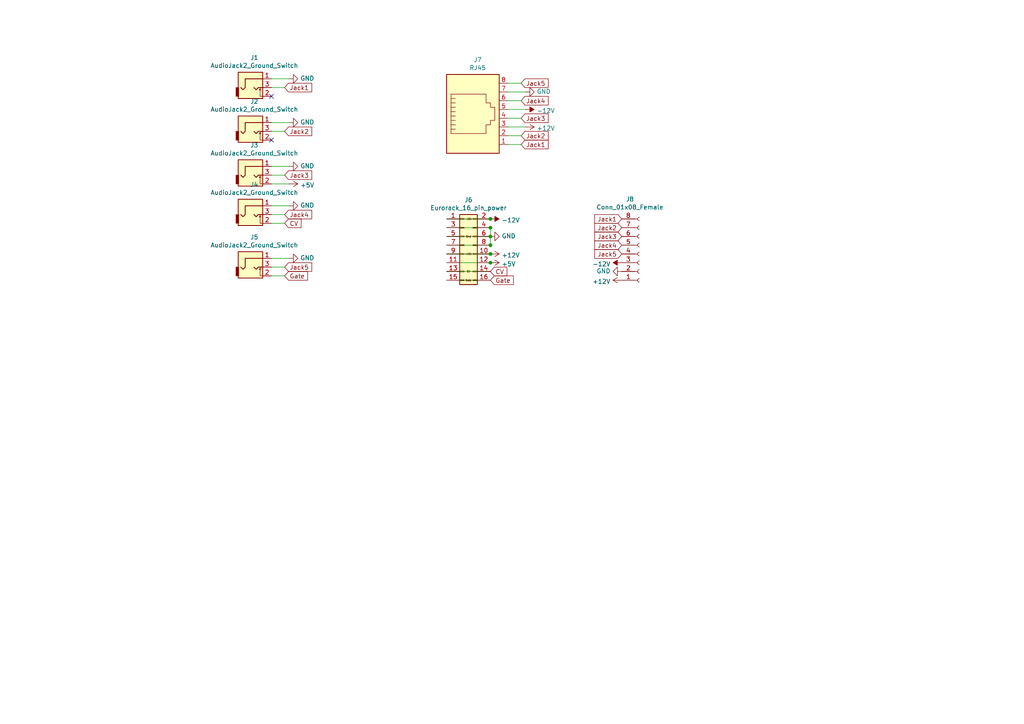
<source format=kicad_sch>
(kicad_sch (version 20230121) (generator eeschema)
  (paper "A4")
  (lib_symbols
    (symbol "Connector:RJ45" (pin_names (offset 1.016))
      (property "Reference" "J" (at -5.08 13.97 0))
      (property "Value" "RJ45" (at 2.54 13.97 0))
      (symbol "RJ45_0_1"
        (polyline (pts (xy -5.08 4.445) (xy -6.35 4.445)))
        (polyline (pts (xy -5.08 5.715) (xy -6.35 5.715)))
        (polyline (pts (xy -6.35 -3.175) (xy -5.08 -3.175) (xy -5.08 -3.175)))
        (polyline (pts (xy -6.35 -1.905) (xy -5.08 -1.905) (xy -5.08 -1.905)))
        (polyline (pts (xy -6.35 -0.635) (xy -5.08 -0.635) (xy -5.08 -0.635)))
        (polyline (pts (xy -6.35 0.635) (xy -5.08 0.635) (xy -5.08 0.635)))
        (polyline (pts (xy -6.35 1.905) (xy -5.08 1.905) (xy -5.08 1.905)))
        (polyline (pts (xy -5.08 3.175) (xy -6.35 3.175) (xy -6.35 3.175)))
        (polyline (pts (xy -6.35 -4.445) (xy -6.35 6.985) (xy 3.81 6.985) (xy 3.81 4.445) (xy 5.08 4.445) (xy 5.08 3.175) (xy 6.35 3.175) (xy 6.35 -0.635) (xy 5.08 -0.635) (xy 5.08 -1.905) (xy 3.81 -1.905) (xy 3.81 -4.445) (xy -6.35 -4.445) (xy -6.35 -4.445)))
        (rectangle (start 7.62 12.7) (end -7.62 -10.16) (stroke (width 0.254)) (fill (type background)))
      )
      (symbol "RJ45_1_1"
        (pin passive line (at 10.16 -7.62 180) (length 2.54) (name "~") (number "1"))
        (pin passive line (at 10.16 -5.08 180) (length 2.54) (name "~") (number "2"))
        (pin passive line (at 10.16 -2.54 180) (length 2.54) (name "~") (number "3"))
        (pin passive line (at 10.16 0 180) (length 2.54) (name "~") (number "4"))
        (pin passive line (at 10.16 2.54 180) (length 2.54) (name "~") (number "5"))
        (pin passive line (at 10.16 5.08 180) (length 2.54) (name "~") (number "6"))
        (pin passive line (at 10.16 7.62 180) (length 2.54) (name "~") (number "7"))
        (pin passive line (at 10.16 10.16 180) (length 2.54) (name "~") (number "8"))
      )
    )
    (symbol "DevBoard-rescue:AudioJack2_Ground_Switch-thonkiconn" (pin_names (offset 1.016))
      (property "Reference" "J" (at 0 8.89 0))
      (property "Value" "thonkiconn_AudioJack2_Ground_Switch" (at 0 6.35 0))
      (symbol "AudioJack2_Ground_Switch-thonkiconn_0_1"
        (rectangle (start -4.445 -2.54) (end -5.207 0) (fill (type outline)))
        (polyline (pts (xy 1.778 -0.254) (xy 2.032 -0.762)))
        (polyline (pts (xy 0 0) (xy 0.635 -0.635) (xy 1.27 0) (xy 2.54 0)) (stroke (width 0.254)))
        (polyline (pts (xy 2.54 -2.54) (xy 1.778 -2.54) (xy 1.778 -0.254) (xy 1.524 -0.762)))
        (polyline (pts (xy 2.54 2.54) (xy -2.54 2.54) (xy -2.54 0) (xy -3.175 -0.635) (xy -3.81 0)) (stroke (width 0.254)))
        (rectangle (start 2.54 -3.175) (end -4.572 4.445) (stroke (width 0.254)) (fill (type background)))
      )
      (symbol "AudioJack2_Ground_Switch-thonkiconn_1_1"
        (pin passive line (at 5.08 2.54 180) (length 2.54) (name "~") (number "1"))
        (pin passive line (at 5.08 -2.54 180) (length 2.54) (name "~") (number "2"))
        (pin passive line (at 5.08 0 180) (length 2.54) (name "~") (number "3"))
      )
    )
    (symbol "DevBoard-rescue:Conn_01x08_Female-Connector" (pin_names (offset 1.016) hide)
      (property "Reference" "J" (at 0 10.16 0))
      (property "Value" "Connector_Conn_01x08_Female" (at 0 -12.7 0))
      (symbol "Conn_01x08_Female-Connector_1_1"
        (arc (start 0 -9.652) (mid -0.5058 -10.16) (end 0 -10.668) (stroke (width 0.1524)))
        (arc (start 0 -7.112) (mid -0.5058 -7.62) (end 0 -8.128) (stroke (width 0.1524)))
        (arc (start 0 -4.572) (mid -0.5058 -5.08) (end 0 -5.588) (stroke (width 0.1524)))
        (arc (start 0 -2.032) (mid -0.5058 -2.54) (end 0 -3.048) (stroke (width 0.1524)))
        (polyline (pts (xy -1.27 -10.16) (xy -0.508 -10.16)) (stroke (width 0.1524)))
        (polyline (pts (xy -1.27 -7.62) (xy -0.508 -7.62)) (stroke (width 0.1524)))
        (polyline (pts (xy -1.27 -5.08) (xy -0.508 -5.08)) (stroke (width 0.1524)))
        (polyline (pts (xy -1.27 -2.54) (xy -0.508 -2.54)) (stroke (width 0.1524)))
        (polyline (pts (xy -1.27 0) (xy -0.508 0)) (stroke (width 0.1524)))
        (polyline (pts (xy -1.27 2.54) (xy -0.508 2.54)) (stroke (width 0.1524)))
        (polyline (pts (xy -1.27 5.08) (xy -0.508 5.08)) (stroke (width 0.1524)))
        (polyline (pts (xy -1.27 7.62) (xy -0.508 7.62)) (stroke (width 0.1524)))
        (arc (start 0 0.508) (mid -0.5058 0) (end 0 -0.508) (stroke (width 0.1524)))
        (arc (start 0 3.048) (mid -0.5058 2.54) (end 0 2.032) (stroke (width 0.1524)))
        (arc (start 0 5.588) (mid -0.5058 5.08) (end 0 4.572) (stroke (width 0.1524)))
        (arc (start 0 8.128) (mid -0.5058 7.62) (end 0 7.112) (stroke (width 0.1524)))
        (pin passive line (at -5.08 7.62 0) (length 3.81) (name "Pin_1") (number "1"))
        (pin passive line (at -5.08 5.08 0) (length 3.81) (name "Pin_2") (number "2"))
        (pin passive line (at -5.08 2.54 0) (length 3.81) (name "Pin_3") (number "3"))
        (pin passive line (at -5.08 0 0) (length 3.81) (name "Pin_4") (number "4"))
        (pin passive line (at -5.08 -2.54 0) (length 3.81) (name "Pin_5") (number "5"))
        (pin passive line (at -5.08 -5.08 0) (length 3.81) (name "Pin_6") (number "6"))
        (pin passive line (at -5.08 -7.62 0) (length 3.81) (name "Pin_7") (number "7"))
        (pin passive line (at -5.08 -10.16 0) (length 3.81) (name "Pin_8") (number "8"))
      )
    )
    (symbol "DevBoard-rescue:Eurorack_16_pin_power-Eurorack_Header" (pin_names (offset 1.016) hide)
      (property "Reference" "J" (at 1.27 7.62 0))
      (property "Value" "Eurorack_Header_Eurorack_16_pin_power" (at 1.27 -15.24 0))
      (symbol "Eurorack_16_pin_power-Eurorack_Header_0_0"
        (text "-12v" (at 1.27 5.08 0) (effects (font (size 0.508 0.508))))
      )
      (symbol "Eurorack_16_pin_power-Eurorack_Header_1_0"
        (text "+12v" (at 1.27 -5.08 0) (effects (font (size 0.508 0.508))))
        (text "CV" (at 1.27 -10.16 0) (effects (font (size 0.508 0.508))))
        (text "Gate" (at 1.27 -12.7 0) (effects (font (size 0.508 0.508))))
        (text "Gnd" (at 1.27 0 0) (effects (font (size 0.508 0.508))))
      )
      (symbol "Eurorack_16_pin_power-Eurorack_Header_1_1"
        (rectangle (start -1.27 -12.573) (end 0 -12.827) (stroke (width 0.1524)))
        (rectangle (start -1.27 -10.033) (end 0 -10.287) (stroke (width 0.1524)))
        (rectangle (start -1.27 -4.953) (end 0 -5.207) (stroke (width 0.1524)))
        (rectangle (start -1.27 -2.413) (end 0 -2.667) (stroke (width 0.1524)))
        (rectangle (start -1.27 0.127) (end 0 -0.127) (stroke (width 0.1524)))
        (rectangle (start -1.27 2.667) (end 0 2.413) (stroke (width 0.1524)))
        (rectangle (start -1.27 5.207) (end 0 4.953) (stroke (width 0.1524)))
        (rectangle (start -1.27 6.35) (end 3.81 -13.97) (stroke (width 0.254)) (fill (type background)))
        (rectangle (start 3.81 -12.573) (end 2.54 -12.827) (stroke (width 0.1524)))
        (rectangle (start 3.81 -10.033) (end 2.54 -10.287) (stroke (width 0.1524)))
        (rectangle (start 3.81 -4.953) (end 2.54 -5.207) (stroke (width 0.1524)))
        (rectangle (start 3.81 -2.413) (end 2.54 -2.667) (stroke (width 0.1524)))
        (rectangle (start 3.81 0.127) (end 2.54 -0.127) (stroke (width 0.1524)))
        (rectangle (start 3.81 2.667) (end 2.54 2.413) (stroke (width 0.1524)))
        (rectangle (start 3.81 5.207) (end 2.54 4.953) (stroke (width 0.1524)))
        (pin passive line (at -5.08 5.08 0) (length 3.81) (name "Pin_1") (number "1"))
        (pin passive line (at 7.62 -5.08 180) (length 3.81) (name "Pin_10") (number "10"))
        (pin passive line (at -5.08 -7.62 0) (length 3.81) (name "11") (number "11"))
        (pin passive line (at 7.62 -7.62 180) (length 3.81) (name "Pin_12") (number "12"))
        (pin passive line (at -5.08 -10.16 0) (length 3.81) (name "Pin_13") (number "13"))
        (pin passive line (at 7.62 -10.16 180) (length 3.81) (name "Pin_14") (number "14"))
        (pin passive line (at -5.08 -12.7 0) (length 3.81) (name "Pin_15") (number "15"))
        (pin passive line (at 7.62 -12.7 180) (length 3.81) (name "Pin_16") (number "16"))
        (pin passive line (at 7.62 5.08 180) (length 3.81) (name "Pin_2") (number "2"))
        (pin passive line (at -5.08 2.54 0) (length 3.81) (name "Pin_3") (number "3"))
        (pin passive line (at 7.62 2.54 180) (length 3.81) (name "Pin_4") (number "4"))
        (pin passive line (at -5.08 0 0) (length 3.81) (name "Pin_5") (number "5"))
        (pin passive line (at 7.62 0 180) (length 3.81) (name "Pin_6") (number "6"))
        (pin passive line (at -5.08 -2.54 0) (length 3.81) (name "Pin_7") (number "7"))
        (pin passive line (at 7.62 -2.54 180) (length 3.81) (name "Pin_8") (number "8"))
        (pin passive line (at -5.08 -5.08 0) (length 3.81) (name "Pin_9") (number "9"))
      )
    )
    (symbol "power:+12V" (power) (pin_names (offset 0))
      (property "Value" "+12V" (at 0 3.556 0))
      (symbol "+12V_0_1"
        (polyline (pts (xy -0.762 1.27) (xy 0 2.54)))
        (polyline (pts (xy 0 0) (xy 0 2.54)))
        (polyline (pts (xy 0 2.54) (xy 0.762 1.27)))
      )
      (symbol "+12V_1_1"
        (pin power_in line (at 0 0 90) (length 0) hide (name "+12V") (number "1"))
      )
    )
    (symbol "power:+5V" (power) (pin_names (offset 0))
      (property "Value" "+5V" (at 0 3.556 0))
      (symbol "+5V_0_1"
        (polyline (pts (xy -0.762 1.27) (xy 0 2.54)))
        (polyline (pts (xy 0 0) (xy 0 2.54)))
        (polyline (pts (xy 0 2.54) (xy 0.762 1.27)))
      )
      (symbol "+5V_1_1"
        (pin power_in line (at 0 0 90) (length 0) hide (name "+5V") (number "1"))
      )
    )
    (symbol "power:-12V" (power) (pin_names (offset 0))
      (property "Value" "-12V" (at 0 3.81 0))
      (symbol "-12V_0_0"
        (pin power_in line (at 0 0 90) (length 0) hide (name "-12V") (number "1"))
      )
      (symbol "-12V_0_1"
        (polyline (pts (xy 0 0) (xy 0 1.27) (xy 0.762 1.27) (xy 0 2.54) (xy -0.762 1.27) (xy 0 1.27)) (fill (type outline)))
      )
    )
    (symbol "power:GND" (power) (pin_names (offset 0))
      (property "Value" "GND" (at 0 -3.81 0))
      (symbol "GND_0_1"
        (polyline (pts (xy 0 0) (xy 0 -1.27) (xy 1.27 -1.27) (xy 0 -2.54) (xy -1.27 -1.27) (xy 0 -1.27)))
      )
      (symbol "GND_1_1"
        (pin power_in line (at 0 0 270) (length 0) hide (name "GND") (number "1"))
      )
    )
  )
  (junction (at 142.24 63.5))
  (junction (at 142.24 76.2))
  (junction (at 142.24 66.04))
  (junction (at 142.24 71.12))
  (junction (at 142.24 73.66))
  (junction (at 142.24 68.58))
  (no_connect (at 78.74 40.64))
  (no_connect (at 78.74 27.94))
  (wire (pts (xy 147.32 34.29) (xy 151.13 34.29)))
  (wire (pts (xy 129.54 63.5) (xy 142.24 63.5)))
  (wire (pts (xy 78.74 22.86) (xy 83.82 22.86)))
  (wire (pts (xy 78.74 62.23) (xy 82.55 62.23)))
  (wire (pts (xy 78.74 38.1) (xy 82.55 38.1)))
  (wire (pts (xy 78.74 48.26) (xy 83.82 48.26)))
  (wire (pts (xy 142.24 71.12) (xy 142.24 68.58)))
  (wire (pts (xy 78.74 53.34) (xy 83.82 53.34)))
  (wire (pts (xy 78.74 50.8) (xy 82.55 50.8)))
  (wire (pts (xy 147.32 36.83) (xy 152.4 36.83)))
  (wire (pts (xy 129.54 78.74) (xy 142.24 78.74)))
  (wire (pts (xy 147.32 26.67) (xy 152.4 26.67)))
  (wire (pts (xy 129.54 81.28) (xy 142.24 81.28)))
  (wire (pts (xy 129.54 73.66) (xy 142.24 73.66)))
  (wire (pts (xy 78.74 59.69) (xy 83.82 59.69)))
  (wire (pts (xy 78.74 25.4) (xy 82.55 25.4)))
  (wire (pts (xy 147.32 24.13) (xy 151.13 24.13)))
  (wire (pts (xy 147.32 29.21) (xy 151.13 29.21)))
  (wire (pts (xy 78.74 74.93) (xy 83.82 74.93)))
  (wire (pts (xy 78.74 77.47) (xy 82.55 77.47)))
  (wire (pts (xy 129.54 68.58) (xy 142.24 68.58)))
  (wire (pts (xy 78.74 80.01) (xy 82.55 80.01)))
  (wire (pts (xy 142.24 66.04) (xy 142.24 68.58)))
  (wire (pts (xy 129.54 71.12) (xy 142.24 71.12)))
  (wire (pts (xy 147.32 31.75) (xy 152.4 31.75)))
  (wire (pts (xy 129.54 76.2) (xy 142.24 76.2)))
  (wire (pts (xy 78.74 35.56) (xy 83.82 35.56)))
  (wire (pts (xy 147.32 41.91) (xy 151.13 41.91)))
  (wire (pts (xy 78.74 64.77) (xy 82.55 64.77)))
  (wire (pts (xy 147.32 39.37) (xy 151.13 39.37)))
  (wire (pts (xy 129.54 66.04) (xy 142.24 66.04)))
  (global_label "Jack1" (shape input) (at 180.34 63.5 180) (property "Intersheetrefs" "${INTERSHEET_REFS}" (effects hide)))
  (global_label "Jack1" (shape input) (at 151.13 41.91 0) (property "Intersheetrefs" "${INTERSHEET_REFS}" (effects hide)))
  (global_label "Jack3" (shape input) (at 151.13 34.29 0) (property "Intersheetrefs" "${INTERSHEET_REFS}" (effects hide)))
  (global_label "Jack5" (shape input) (at 180.34 73.66 180) (property "Intersheetrefs" "${INTERSHEET_REFS}" (effects hide)))
  (global_label "Jack1" (shape input) (at 82.55 25.4 0) (property "Intersheetrefs" "${INTERSHEET_REFS}" (effects hide)))
  (global_label "CV" (shape input) (at 82.55 64.77 0) (property "Intersheetrefs" "${INTERSHEET_REFS}" (effects hide)))
  (global_label "Jack2" (shape input) (at 180.34 66.04 180) (property "Intersheetrefs" "${INTERSHEET_REFS}" (effects hide)))
  (global_label "CV" (shape input) (at 142.24 78.74 0) (property "Intersheetrefs" "${INTERSHEET_REFS}" (effects hide)))
  (global_label "Jack5" (shape input) (at 82.55 77.47 0) (property "Intersheetrefs" "${INTERSHEET_REFS}" (effects hide)))
  (global_label "Jack3" (shape input) (at 82.55 50.8 0) (property "Intersheetrefs" "${INTERSHEET_REFS}" (effects hide)))
  (global_label "Gate" (shape input) (at 82.55 80.01 0) (property "Intersheetrefs" "${INTERSHEET_REFS}" (effects hide)))
  (global_label "Jack2" (shape input) (at 151.13 39.37 0) (property "Intersheetrefs" "${INTERSHEET_REFS}" (effects hide)))
  (global_label "Gate" (shape input) (at 142.24 81.28 0) (property "Intersheetrefs" "${INTERSHEET_REFS}" (effects hide)))
  (global_label "Jack2" (shape input) (at 82.55 38.1 0) (property "Intersheetrefs" "${INTERSHEET_REFS}" (effects hide)))
  (global_label "Jack4" (shape input) (at 82.55 62.23 0) (property "Intersheetrefs" "${INTERSHEET_REFS}" (effects hide)))
  (global_label "Jack3" (shape input) (at 180.34 68.58 180) (property "Intersheetrefs" "${INTERSHEET_REFS}" (effects hide)))
  (global_label "Jack4" (shape input) (at 180.34 71.12 180) (property "Intersheetrefs" "${INTERSHEET_REFS}" (effects hide)))
  (global_label "Jack5" (shape input) (at 151.13 24.13 0) (property "Intersheetrefs" "${INTERSHEET_REFS}" (effects hide)))
  (global_label "Jack4" (shape input) (at 151.13 29.21 0) (property "Intersheetrefs" "${INTERSHEET_REFS}" (effects hide)))
  (symbol (lib_id "Connector:RJ45") (at 137.16 34.29 0) (unit 1)
    (property "Reference" "J7" (at 138.557 17.3482 0))
    (property "Value" "RJ45" (at 138.557 19.6596 0))
    (property "Footprint" "Connectors:RJ45_8" (effects hide))
  )
  (symbol (lib_id "DevBoard-rescue:AudioJack2_Ground_Switch-thonkiconn") (at 73.66 25.4 0) (unit 1)
    (property "Reference" "J1" (at 73.7616 16.7132 0))
    (property "Value" "AudioJack2_Ground_Switch" (at 73.7616 19.0246 0))
    (property "Footprint" "PlayDice:THONKICONN_hole" (effects hide))
  )
  (symbol (lib_id "DevBoard-rescue:AudioJack2_Ground_Switch-thonkiconn") (at 73.66 38.1 0) (unit 1)
    (property "Reference" "J2" (at 73.7616 29.4132 0))
    (property "Value" "AudioJack2_Ground_Switch" (at 73.7616 31.7246 0))
    (property "Footprint" "PlayDice:THONKICONN_hole" (effects hide))
  )
  (symbol (lib_id "DevBoard-rescue:AudioJack2_Ground_Switch-thonkiconn") (at 73.66 50.8 0) (unit 1)
    (property "Reference" "J3" (at 73.7616 42.1132 0))
    (property "Value" "AudioJack2_Ground_Switch" (at 73.7616 44.4246 0))
    (property "Footprint" "PlayDice:THONKICONN_hole" (effects hide))
  )
  (symbol (lib_id "DevBoard-rescue:AudioJack2_Ground_Switch-thonkiconn") (at 73.66 62.23 0) (unit 1)
    (property "Reference" "J4" (at 73.7616 53.5432 0))
    (property "Value" "AudioJack2_Ground_Switch" (at 73.7616 55.8546 0))
    (property "Footprint" "PlayDice:THONKICONN_hole" (effects hide))
  )
  (symbol (lib_id "power:+12V") (at 152.4 36.83 270) (unit 1)
    (property "Reference" "#PWR0101" (effects hide))
    (property "Value" "+12V" (at 155.6512 37.211 90) (effects (justify left)))
  )
  (symbol (lib_id "power:-12V") (at 152.4 31.75 270) (unit 1)
    (property "Reference" "#PWR0102" (effects hide))
    (property "Value" "-12V" (at 155.6512 32.131 90) (effects (justify left)))
  )
  (symbol (lib_id "power:GND") (at 152.4 26.67 90) (unit 1)
    (property "Reference" "#PWR0103" (effects hide))
    (property "Value" "GND" (at 155.6512 26.543 90) (effects (justify right)))
  )
  (symbol (lib_id "power:GND") (at 83.82 59.69 90) (unit 1)
    (property "Reference" "#PWR0104" (effects hide))
    (property "Value" "GND" (at 87.0712 59.563 90) (effects (justify right)))
  )
  (symbol (lib_id "power:GND") (at 83.82 48.26 90) (unit 1)
    (property "Reference" "#PWR0105" (effects hide))
    (property "Value" "GND" (at 87.0712 48.133 90) (effects (justify right)))
  )
  (symbol (lib_id "power:GND") (at 83.82 35.56 90) (unit 1)
    (property "Reference" "#PWR0106" (effects hide))
    (property "Value" "GND" (at 87.0712 35.433 90) (effects (justify right)))
  )
  (symbol (lib_id "power:GND") (at 83.82 22.86 90) (unit 1)
    (property "Reference" "#PWR0107" (effects hide))
    (property "Value" "GND" (at 87.0712 22.733 90) (effects (justify right)))
  )
  (symbol (lib_id "DevBoard-rescue:AudioJack2_Ground_Switch-thonkiconn") (at 73.66 77.47 0) (unit 1)
    (property "Reference" "J5" (at 73.7616 68.7832 0))
    (property "Value" "AudioJack2_Ground_Switch" (at 73.7616 71.0946 0))
    (property "Footprint" "PlayDice:THONKICONN_hole" (effects hide))
  )
  (symbol (lib_id "power:GND") (at 83.82 74.93 90) (unit 1)
    (property "Reference" "#PWR0108" (effects hide))
    (property "Value" "GND" (at 87.0712 74.803 90) (effects (justify right)))
  )
  (symbol (lib_id "power:GND") (at 142.24 68.58 90) (unit 1)
    (property "Reference" "#PWR0109" (effects hide))
    (property "Value" "GND" (at 145.4912 68.453 90) (effects (justify right)))
  )
  (symbol (lib_id "power:+12V") (at 142.24 73.66 270) (unit 1)
    (property "Reference" "#PWR0110" (effects hide))
    (property "Value" "+12V" (at 145.4912 74.041 90) (effects (justify left)))
  )
  (symbol (lib_id "power:-12V") (at 142.24 63.5 270) (unit 1)
    (property "Reference" "#PWR0111" (effects hide))
    (property "Value" "-12V" (at 145.4912 63.881 90) (effects (justify left)))
  )
  (symbol (lib_id "power:+5V") (at 142.24 76.2 270) (unit 1)
    (property "Reference" "#PWR0112" (effects hide))
    (property "Value" "+5V" (at 145.4912 76.581 90) (effects (justify left)))
  )
  (symbol (lib_id "DevBoard-rescue:Eurorack_16_pin_power-Eurorack_Header") (at 134.62 68.58 0) (unit 1)
    (property "Reference" "J6" (at 135.89 57.9882 0))
    (property "Value" "Eurorack_16_pin_power" (at 135.89 60.2996 0))
    (property "Footprint" "PlayDice:Eurorack_16_pin_header" (effects hide))
  )
  (symbol (lib_id "power:+5V") (at 83.82 53.34 270) (unit 1)
    (property "Reference" "#PWR0113" (effects hide))
    (property "Value" "+5V" (at 87.0712 53.721 90) (effects (justify left)))
  )
  (symbol (lib_id "DevBoard-rescue:Conn_01x08_Female-Connector") (at 185.42 73.66 0) (mirror x) (unit 1)
    (property "Reference" "J8" (at 182.7022 57.785 0))
    (property "Value" "Conn_01x08_Female" (at 182.7022 60.0964 0))
    (property "Footprint" "Pin_Headers:Pin_Header_Straight_1x08_Pitch2.54mm" (effects hide))
  )
  (symbol (lib_id "power:+12V") (at 180.34 81.28 90) (mirror x) (unit 1)
    (property "Reference" "#PWR0114" (effects hide))
    (property "Value" "+12V" (at 177.0888 81.661 90) (effects (justify left)))
  )
  (symbol (lib_id "power:-12V") (at 180.34 76.2 90) (mirror x) (unit 1)
    (property "Reference" "#PWR0115" (effects hide))
    (property "Value" "-12V" (at 177.0888 76.581 90) (effects (justify left)))
  )
  (symbol (lib_id "power:GND") (at 180.34 78.74 270) (mirror x) (unit 1)
    (property "Reference" "#PWR0116" (effects hide))
    (property "Value" "GND" (at 177.0888 78.613 90) (effects (justify right)))
  )
)
</source>
